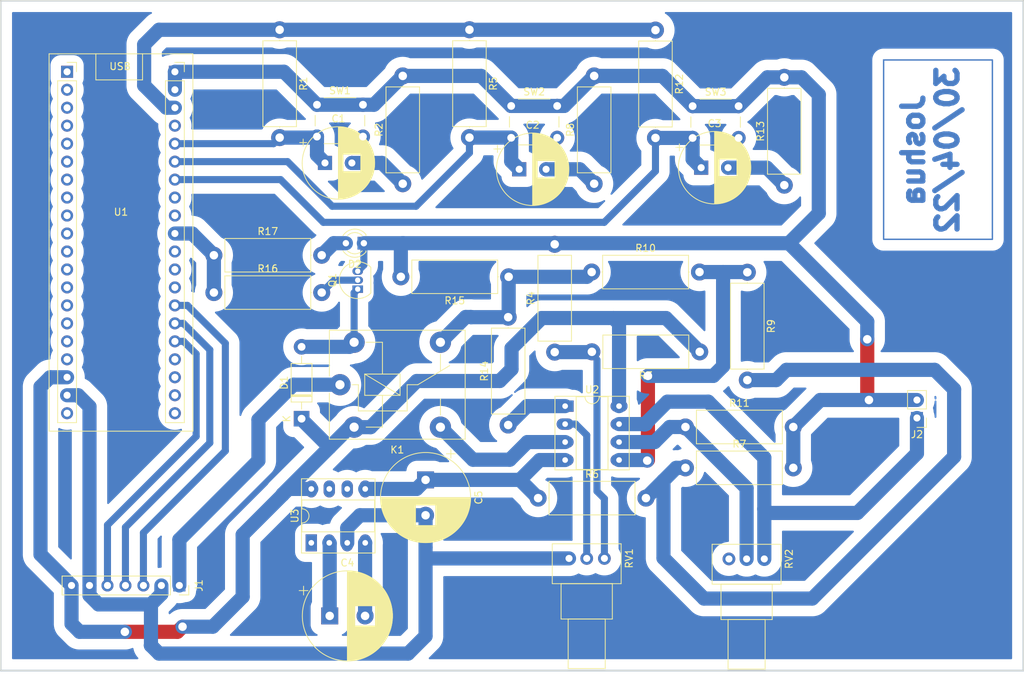
<source format=kicad_pcb>
(kicad_pcb (version 20211014) (generator pcbnew)
  (layers (0 "F.Cu" signal) (31 "B.Cu" signal) (34 "B.Paste" user) (35 "F.Paste" user) (36 "B.SilkS" user "B.Silkscreen") (37 "F.SilkS" user "F.Silkscreen") (38 "B.Mask" user) (39 "F.Mask" user) (44 "Edge.Cuts" user))
  (net 0 "")
  (net 1 "Net-(C2-Pad2)")
  (net 2 "GND")
  (net 3 "AmpIN")
  (net 4 "DutyOUT")
  (net 5 "Net-(C3-Pad2)")
  (net 6 "+3V3")
  (net 7 "Wave")
  (net 8 "Net-(R11-Pad1)")
  (net 9 "Net-(R10-Pad2)")
  (net 10 "Net-(R6-Pad2)")
  (net 11 "Freq+")
  (net 12 "Net-(C1-Pad2)")
  (net 13 "+5V")
  (net 14 "Net-(R3-Pad2)")
  (net 15 "Freq-")
  (net 16 "-5V")
  (net 17 "Relay")
  (net 18 "Net-(Q1-Pad2)")
  (net 19 "AD9833_OUT")
  (net 20 "DutyIN")
  (net 21 "Net-(D1-Pad2)")
  (net 22 "Net-(RV1-Pad2)")
  (net 24 "AmpOUT")
  (net 26 "Net-(C4-Pad1)")
  (net 27 "Net-(C4-Pad2)")
  (net 30 "FSYNC")
  (net 31 "SCLK")
  (net 32 "SDATA")
  (net 60 "Net-(D2-Pad2)")
  (footprint "Bluepill:Bluepill" (layer "F.Cu") (at 93.775 81.965)
    (fp_text reference "U1" (at 0 -0.5 unlocked) (layer "F.SilkS"))
    (fp_text value "Bluepill")
    (fp_text user "USB" (at -0.127 -21.082 unlocked) (layer "F.SilkS"))
    (pad "1" thru_hole rect (at -7.62 -20.32) (size 1.7 1.7) (drill 1) (layers *.Cu *.Mask))
    (pad "2" thru_hole oval (at -7.62 -17.78) (size 1.7 1.7) (drill 1) (layers *.Cu *.Mask))
    (pad "3" thru_hole oval (at -7.62 -15.24) (size 1.7 1.7) (drill 1) (layers *.Cu *.Mask))
    (pad "4" thru_hole oval (at -7.62 -12.7) (size 1.7 1.7) (drill 1) (layers *.Cu *.Mask))
    (pad "5" thru_hole oval (at -7.62 -10.16) (size 1.7 1.7) (drill 1) (layers *.Cu *.Mask))
    (pad "6" thru_hole oval (at -7.62 -7.62) (size 1.7 1.7) (drill 1) (layers *.Cu *.Mask))
    (pad "7" thru_hole oval (at -7.62 -5.08) (size 1.7 1.7) (drill 1) (layers *.Cu *.Mask))
    (pad "8" thru_hole oval (at -7.62 -2.54) (size 1.7 1.7) (drill 1) (layers *.Cu *.Mask))
    (pad "9" thru_hole oval (at -7.62 0) (size 1.7 1.7) (drill 1) (layers *.Cu *.Mask))
    (pad "10" thru_hole oval (at -7.62 2.54) (size 1.7 1.7) (drill 1) (layers *.Cu *.Mask))
    (pad "11" thru_hole oval (at -7.62 5.08) (size 1.7 1.7) (drill 1) (layers *.Cu *.Mask))
    (pad "12" thru_hole oval (at -7.62 7.62) (size 1.7 1.7) (drill 1) (layers *.Cu *.Mask))
    (pad "13" thru_hole oval (at -7.62 10.16) (size 1.7 1.7) (drill 1) (layers *.Cu *.Mask))
    (pad "14" thru_hole oval (at -7.62 12.7) (size 1.7 1.7) (drill 1) (layers *.Cu *.Mask))
    (pad "15" thru_hole oval (at -7.62 15.24) (size 1.7 1.7) (drill 1) (layers *.Cu *.Mask))
    (pad "16" thru_hole oval (at -7.62 17.78) (size 1.7 1.7) (drill 1) (layers *.Cu *.Mask))
    (pad "17" thru_hole oval (at -7.62 20.32) (size 1.7 1.7) (drill 1) (layers *.Cu *.Mask))
    (pad "18" thru_hole oval (at -7.62 22.86) (size 1.7 1.7) (drill 1) (layers *.Cu *.Mask) (net 13 "+5V"))
    (pad "19" thru_hole oval (at -7.62 25.4) (size 1.7 1.7) (drill 1) (layers *.Cu *.Mask) (net 2 "GND"))
    (pad "20" thru_hole oval (at -7.62 27.94) (size 1.7 1.7) (drill 1) (layers *.Cu *.Mask) (net 6 "+3V3"))
    (pad "21" thru_hole oval (at 7.62 27.94) (size 1.7 1.7) (drill 1) (layers *.Cu *.Mask))
    (pad "22" thru_hole oval (at 7.62 25.4) (size 1.7 1.7) (drill 1) (layers *.Cu *.Mask))
    (pad "23" thru_hole oval (at 7.62 22.86) (size 1.7 1.7) (drill 1) (layers *.Cu *.Mask))
    (pad "24" thru_hole oval (at 7.62 20.32) (size 1.7 1.7) (drill 1) (layers *.Cu *.Mask))
    (pad "25" thru_hole oval (at 7.62 17.78) (size 1.7 1.7) (drill 1) (layers *.Cu *.Mask) (net 32 "SDATA"))
    (pad "26" thru_hole oval (at 7.62 15.24) (size 1.7 1.7) (drill 1) (layers *.Cu *.Mask) (net 31 "SCLK"))
    (pad "27" thru_hole oval (at 7.62 12.7) (size 1.7 1.7) (drill 1) (layers *.Cu *.Mask) (net 30 "FSYNC"))
    (pad "28" thru_hole oval (at 7.62 10.16) (size 1.7 1.7) (drill 1) (layers *.Cu *.Mask))
    (pad "29" thru_hole oval (at 7.62 7.62) (size 1.7 1.7) (drill 1) (layers *.Cu *.Mask))
    (pad "30" thru_hole oval (at 7.62 5.08) (size 1.7 1.7) (drill 1) (layers *.Cu *.Mask))
    (pad "31" thru_hole oval (at 7.62 2.54) (size 1.7 1.7) (drill 1) (layers *.Cu *.Mask) (net 17 "Relay"))
    (pad "32" thru_hole oval (at 7.62 0) (size 1.7 1.7) (drill 1) (layers *.Cu *.Mask))
    (pad "33" thru_hole oval (at 7.62 -2.54) (size 1.7 1.7) (drill 1) (layers *.Cu *.Mask))
    (pad "34" thru_hole oval (at 7.62 -5.08) (size 1.7 1.7) (drill 1) (layers *.Cu *.Mask) (net 7 "Wave"))
    (pad "35" thru_hole oval (at 7.62 -7.62) (size 1.7 1.7) (drill 1) (layers *.Cu *.Mask) (net 15 "Freq-"))
    (pad "36" thru_hole oval (at 7.62 -10.16) (size 1.7 1.7) (drill 1) (layers *.Cu *.Mask) (net 11 "Freq+"))
    (pad "37" thru_hole oval (at 7.62 -12.7) (size 1.7 1.7) (drill 1) (layers *.Cu *.Mask))
    (pad "38" thru_hole oval (at 7.62 -15.24) (size 1.7 1.7) (drill 1) (layers *.Cu *.Mask) (net 6 "+3V3"))
    (pad "39" thru_hole oval (at 7.62 -17.78) (size 1.7 1.7) (drill 1) (layers *.Cu *.Mask) (net 2 "GND"))
    (pad "40" thru_hole rect (at 7.62 -20.32) (size 1.7 1.7) (drill 1) (layers *.Cu *.Mask) (net 2 "GND"))
  )
  (footprint "Resistor_THT:R_Axial_DIN0414_L11.9mm_D4.5mm_P15.24mm_Horizontal" (layer "F.Cu") (at 133.6 77.47 90)
    (fp_text reference "R2" (at 7.62 -3.37 90) (layer "F.SilkS"))
    (fp_text value "100")
    (pad "1" thru_hole circle (at 0 0 90) (size 2.4 2.4) (drill 1.2) (layers *.Cu *.Mask) (net 12 "Net-(C1-Pad2)"))
    (pad "2" thru_hole oval (at 15.24 0 90) (size 2.4 2.4) (drill 1.2) (layers *.Cu *.Mask) (net 2 "GND"))
  )
  (footprint "Resistor_THT:R_Axial_DIN0414_L11.9mm_D4.5mm_P15.24mm_Horizontal" (layer "F.Cu") (at 116.2 55.71 -90)
    (fp_text reference "R1" (at 7.62 -3.37 90) (layer "F.SilkS"))
    (fp_text value "4k7")
    (pad "1" thru_hole circle (at 0 0 270) (size 2.4 2.4) (drill 1.2) (layers *.Cu *.Mask) (net 6 "+3V3"))
    (pad "2" thru_hole oval (at 15.24 0 270) (size 2.4 2.4) (drill 1.2) (layers *.Cu *.Mask) (net 11 "Freq+"))
  )
  (footprint "Package_TO_SOT_THT:TO-92_Inline" (layer "F.Cu") (at 127.235 92.37 90)
    (fp_text reference "Q1" (at 1.27 -3.56 90) (layer "F.SilkS"))
    (fp_text value "BC547")
    (pad "1" thru_hole rect (at 0 0 90) (size 1.05 1.5) (drill 0.75) (layers *.Cu *.Mask) (net 21 "Net-(D1-Pad2)"))
    (pad "2" thru_hole oval (at 1.27 0 90) (size 1.05 1.5) (drill 0.75) (layers *.Cu *.Mask) (net 18 "Net-(Q1-Pad2)"))
    (pad "3" thru_hole oval (at 2.54 0 90) (size 1.05 1.5) (drill 0.75) (layers *.Cu *.Mask) (net 2 "GND"))
  )
  (footprint "Resistor_THT:R_Axial_DIN0414_L11.9mm_D4.5mm_P15.24mm_Horizontal" (layer "F.Cu") (at 152.73 121.9)
    (fp_text reference "R6" (at 7.62 -3.37) (layer "F.SilkS"))
    (fp_text value "8k")
    (pad "1" thru_hole circle (at 0 0) (size 2.4 2.4) (drill 1.2) (layers *.Cu *.Mask) (net 16 "-5V"))
    (pad "2" thru_hole oval (at 15.24 0) (size 2.4 2.4) (drill 1.2) (layers *.Cu *.Mask) (net 10 "Net-(R6-Pad2)"))
  )
  (footprint "Resistor_THT:R_Axial_DIN0414_L11.9mm_D4.5mm_P15.24mm_Horizontal" (layer "F.Cu") (at 175.57 101.225 180)
    (fp_text reference "R3" (at 7.62 -3.37) (layer "F.SilkS"))
    (fp_text value "4k7")
    (pad "1" thru_hole circle (at 0 0 180) (size 2.4 2.4) (drill 1.2) (layers *.Cu *.Mask) (net 13 "+5V"))
    (pad "2" thru_hole oval (at 15.24 0 180) (size 2.4 2.4) (drill 1.2) (layers *.Cu *.Mask) (net 14 "Net-(R3-Pad2)"))
  )
  (footprint "Resistor_THT:R_Axial_DIN0414_L11.9mm_D4.5mm_P15.24mm_Horizontal" (layer "F.Cu") (at 169.317677 55.755 -90)
    (fp_text reference "R12" (at 7.62 -3.37 90) (layer "F.SilkS"))
    (fp_text value "4k7")
    (pad "1" thru_hole circle (at 0 0 270) (size 2.4 2.4) (drill 1.2) (layers *.Cu *.Mask) (net 6 "+3V3"))
    (pad "2" thru_hole oval (at 15.24 0 270) (size 2.4 2.4) (drill 1.2) (layers *.Cu *.Mask) (net 7 "Wave"))
  )
  (footprint "Button_Switch_THT:SW_PUSH_6mm_H7.3mm" (layer "F.Cu") (at 174.567677 66.5)
    (fp_text reference "SW3" (at 3.25 -2) (layer "F.SilkS"))
    (fp_text value "WaveForm")
    (pad "1" thru_hole circle (at 6.5 0 90) (size 2 2) (drill 1.1) (layers *.Cu *.Mask) (net 2 "GND"))
    (pad "1" thru_hole circle (at 0 0 90) (size 2 2) (drill 1.1) (layers *.Cu *.Mask) (net 2 "GND"))
    (pad "2" thru_hole circle (at 6.5 4.5 90) (size 2 2) (drill 1.1) (layers *.Cu *.Mask) (net 7 "Wave"))
    (pad "2" thru_hole circle (at 0 4.5 90) (size 2 2) (drill 1.1) (layers *.Cu *.Mask) (net 7 "Wave"))
  )
  (footprint "Capacitor_THT:CP_Radial_D10.0mm_P3.80mm" (layer "F.Cu") (at 175.775 75.2)
    (fp_text reference "C3" (at 1.9 -6.25) (layer "F.SilkS"))
    (fp_text value "100nF")
    (pad "1" thru_hole rect (at 0 0) (size 2 2) (drill 1) (layers *.Cu *.Mask) (net 7 "Wave"))
    (pad "2" thru_hole circle (at 3.8 0) (size 2 2) (drill 1) (layers *.Cu *.Mask) (net 5 "Net-(C3-Pad2)"))
  )
  (footprint "Package_DIP:DIP-8_W7.62mm_Socket_LongPads" (layer "F.Cu") (at 156.55 108.9)
    (fp_text reference "U2" (at 3.81 -2.33) (layer "F.SilkS"))
    (fp_text value "LM358")
    (pad "1" thru_hole rect (at 0 0) (size 2.4 1.6) (drill 0.8) (layers *.Cu *.Mask) (net 4 "DutyOUT"))
    (pad "2" thru_hole oval (at 0 2.54) (size 2.4 1.6) (drill 0.8) (layers *.Cu *.Mask) (net 22 "Net-(RV1-Pad2)"))
    (pad "3" thru_hole oval (at 0 5.08) (size 2.4 1.6) (drill 0.8) (layers *.Cu *.Mask) (net 20 "DutyIN"))
    (pad "4" thru_hole oval (at 0 7.62) (size 2.4 1.6) (drill 0.8) (layers *.Cu *.Mask) (net 16 "-5V"))
    (pad "5" thru_hole oval (at 7.62 7.62) (size 2.4 1.6) (drill 0.8) (layers *.Cu *.Mask) (net 9 "Net-(R10-Pad2)"))
    (pad "6" thru_hole oval (at 7.62 5.08) (size 2.4 1.6) (drill 0.8) (layers *.Cu *.Mask) (net 8 "Net-(R11-Pad1)"))
    (pad "7" thru_hole oval (at 7.62 2.54) (size 2.4 1.6) (drill 0.8) (layers *.Cu *.Mask) (net 24 "AmpOUT"))
    (pad "8" thru_hole oval (at 7.62 0) (size 2.4 1.6) (drill 0.8) (layers *.Cu *.Mask) (net 13 "+5V"))
  )
  (footprint "Connector_PinSocket_2.54mm:PinSocket_1x07_P2.54mm_Vertical" (layer "F.Cu") (at 102.025 134.25 -90)
    (fp_text reference "J1" (at 0 -2.77 90) (layer "F.SilkS"))
    (fp_text value "AD9833")
    (pad "1" thru_hole rect (at 0 0 270) (size 1.7 1.7) (drill 1) (layers *.Cu *.Mask) (net 19 "AD9833_OUT"))
    (pad "2" thru_hole oval (at 0 2.54 270) (size 1.7 1.7) (drill 1) (layers *.Cu *.Mask) (net 2 "GND"))
    (pad "3" thru_hole oval (at 0 5.08 270) (size 1.7 1.7) (drill 1) (layers *.Cu *.Mask) (net 30 "FSYNC"))
    (pad "4" thru_hole oval (at 0 7.62 270) (size 1.7 1.7) (drill 1) (layers *.Cu *.Mask) (net 31 "SCLK"))
    (pad "5" thru_hole oval (at 0 10.16 270) (size 1.7 1.7) (drill 1) (layers *.Cu *.Mask) (net 32 "SDATA"))
    (pad "6" thru_hole oval (at 0 12.7 270) (size 1.7 1.7) (drill 1) (layers *.Cu *.Mask) (net 2 "GND"))
    (pad "7" thru_hole oval (at 0 15.24 270) (size 1.7 1.7) (drill 1) (layers *.Cu *.Mask) (net 13 "+5V"))
  )
  (footprint "Resistor_THT:R_Axial_DIN0414_L11.9mm_D4.5mm_P15.24mm_Horizontal" (layer "F.Cu") (at 182.3 89.98 -90)
    (fp_text reference "R9" (at 7.62 -3.37 90) (layer "F.SilkS"))
    (fp_text value "100k")
    (pad "1" thru_hole circle (at 0 0 270) (size 2.4 2.4) (drill 1.2) (layers *.Cu *.Mask) (net 9 "Net-(R10-Pad2)"))
    (pad "2" thru_hole oval (at 15.24 0 270) (size 2.4 2.4) (drill 1.2) (layers *.Cu *.Mask) (net 10 "Net-(R6-Pad2)"))
  )
  (footprint "Resistor_THT:R_Axial_DIN0414_L11.9mm_D4.5mm_P15.24mm_Horizontal" (layer "F.Cu") (at 160.65 77.47 90)
    (fp_text reference "R8" (at 7.62 -3.37 90) (layer "F.SilkS"))
    (fp_text value "100")
    (pad "1" thru_hole circle (at 0 0 90) (size 2.4 2.4) (drill 1.2) (layers *.Cu *.Mask) (net 1 "Net-(C2-Pad2)"))
    (pad "2" thru_hole oval (at 15.24 0 90) (size 2.4 2.4) (drill 1.2) (layers *.Cu *.Mask) (net 2 "GND"))
  )
  (footprint "Resistor_THT:R_Axial_DIN0414_L11.9mm_D4.5mm_P15.24mm_Horizontal" (layer "F.Cu") (at 106.905 92.85)
    (fp_text reference "R16" (at 7.62 -3.37) (layer "F.SilkS"))
    (fp_text value "1k")
    (pad "1" thru_hole circle (at 0 0) (size 2.4 2.4) (drill 1.2) (layers *.Cu *.Mask) (net 17 "Relay"))
    (pad "2" thru_hole oval (at 15.24 0) (size 2.4 2.4) (drill 1.2) (layers *.Cu *.Mask) (net 18 "Net-(Q1-Pad2)"))
  )
  (footprint "Capacitor_THT:CP_Radial_D12.5mm_P5.00mm" (layer "F.Cu") (at 136.823959 119.326041 -90)
    (fp_text reference "C5" (at 2.5 -7.5 90) (layer "F.SilkS"))
    (fp_text value "100uF")
    (pad "1" thru_hole rect (at 0 0 270) (size 2.4 2.4) (drill 1.2) (layers *.Cu *.Mask) (net 16 "-5V"))
    (pad "2" thru_hole circle (at 5 0 270) (size 2.4 2.4) (drill 1.2) (layers *.Cu *.Mask) (net 2 "GND"))
  )
  (footprint "Resistor_THT:R_Axial_DIN0414_L11.9mm_D4.5mm_P15.24mm_Horizontal" (layer "F.Cu") (at 148.57 90.625 180)
    (fp_text reference "R15" (at 7.62 -3.37) (layer "F.SilkS"))
    (fp_text value "680")
    (pad "1" thru_hole circle (at 0 0 180) (size 2.4 2.4) (drill 1.2) (layers *.Cu *.Mask) (net 3 "AmpIN"))
    (pad "2" thru_hole oval (at 15.24 0 180) (size 2.4 2.4) (drill 1.2) (layers *.Cu *.Mask) (net 2 "GND"))
  )
  (footprint "Button_Switch_THT:SW_PUSH_6mm_H7.3mm" (layer "F.Cu") (at 121.475 66.305)
    (fp_text reference "SW1" (at 3.25 -2) (layer "F.SilkS"))
    (fp_text value "Freq+")
    (pad "1" thru_hole circle (at 0 0 90) (size 2 2) (drill 1.1) (layers *.Cu *.Mask) (net 2 "GND"))
    (pad "1" thru_hole circle (at 6.5 0 90) (size 2 2) (drill 1.1) (layers *.Cu *.Mask) (net 2 "GND"))
    (pad "2" thru_hole circle (at 6.5 4.5 90) (size 2 2) (drill 1.1) (layers *.Cu *.Mask) (net 11 "Freq+"))
    (pad "2" thru_hole circle (at 0 4.5 90) (size 2 2) (drill 1.1) (layers *.Cu *.Mask) (net 11 "Freq+"))
  )
  (footprint "Package_DIP:DIP-8_W7.62mm_Socket_LongPads" (layer "F.Cu") (at 120.673959 128.225 90)
    (fp_text reference "U3" (at 3.81 -2.33 90) (layer "F.SilkS"))
    (fp_text value "ICL7660")
    (pad "1" thru_hole rect (at 0 0 90) (size 2.4 1.6) (drill 0.8) (layers *.Cu *.Mask))
    (pad "2" thru_hole oval (at 0 2.54 90) (size 2.4 1.6) (drill 0.8) (layers *.Cu *.Mask) (net 26 "Net-(C4-Pad1)"))
    (pad "3" thru_hole oval (at 0 5.08 90) (size 2.4 1.6) (drill 0.8) (layers *.Cu *.Mask) (net 2 "GND"))
    (pad "4" thru_hole oval (at 0 7.62 90) (size 2.4 1.6) (drill 0.8) (layers *.Cu *.Mask) (net 27 "Net-(C4-Pad2)"))
    (pad "5" thru_hole oval (at 7.62 7.62 90) (size 2.4 1.6) (drill 0.8) (layers *.Cu *.Mask) (net 16 "-5V"))
    (pad "6" thru_hole oval (at 7.62 5.08 90) (size 2.4 1.6) (drill 0.8) (layers *.Cu *.Mask))
    (pad "7" thru_hole oval (at 7.62 2.54 90) (size 2.4 1.6) (drill 0.8) (layers *.Cu *.Mask))
    (pad "8" thru_hole oval (at 7.62 0 90) (size 2.4 1.6) (drill 0.8) (layers *.Cu *.Mask) (net 13 "+5V"))
  )
  (footprint "Capacitor_THT:CP_Radial_D10.0mm_P3.80mm" (layer "F.Cu") (at 122.607323 74.53)
    (fp_text reference "C1" (at 1.9 -6.25) (layer "F.SilkS"))
    (fp_text value "100nF")
    (pad "1" thru_hole rect (at 0 0) (size 2 2) (drill 1) (layers *.Cu *.Mask) (net 11 "Freq+"))
    (pad "2" thru_hole circle (at 3.8 0) (size 2 2) (drill 1) (layers *.Cu *.Mask) (net 12 "Net-(C1-Pad2)"))
  )
  (footprint "Button_Switch_THT:SW_PUSH_6mm_H7.3mm" (layer "F.Cu") (at 148.925 66.475)
    (fp_text reference "SW2" (at 3.25 -2) (layer "F.SilkS"))
    (fp_text value "Freq-")
    (pad "1" thru_hole circle (at 0 0 90) (size 2 2) (drill 1.1) (layers *.Cu *.Mask) (net 2 "GND"))
    (pad "1" thru_hole circle (at 6.5 0 90) (size 2 2) (drill 1.1) (layers *.Cu *.Mask) (net 2 "GND"))
    (pad "2" thru_hole circle (at 6.5 4.5 90) (size 2 2) (drill 1.1) (layers *.Cu *.Mask) (net 15 "Freq-"))
    (pad "2" thru_hole circle (at 0 4.5 90) (size 2 2) (drill 1.1) (layers *.Cu *.Mask) (net 15 "Freq-"))
  )
  (footprint "Resistor_THT:R_Axial_DIN0414_L11.9mm_D4.5mm_P15.24mm_Horizontal" (layer "F.Cu") (at 173.555 111.85)
    (fp_text reference "R11" (at 7.62 -3.37) (layer "F.SilkS"))
    (fp_text value "12K")
    (pad "1" thru_hole circle (at 0 0) (size 2.4 2.4) (drill 1.2) (layers *.Cu *.Mask) (net 8 "Net-(R11-Pad1)"))
    (pad "2" thru_hole oval (at 15.24 0) (size 2.4 2.4) (drill 1.2) (layers *.Cu *.Mask) (net 2 "GND"))
  )
  (footprint "Potentiometer_THT:Potentiometer_Alps_RK09Y11_Single_Horizontal" (layer "F.Cu") (at 157.1 130.425 -90)
    (fp_text reference "RV1" (at 0 -8.5 90) (layer "F.SilkS"))
    (fp_text value "100k")
    (pad "1" thru_hole circle (at 0 0 270) (size 1.8 1.8) (drill 1) (layers *.Cu *.Mask) (net 2 "GND"))
    (pad "2" thru_hole circle (at 0 -2.5 270) (size 1.8 1.8) (drill 1) (layers *.Cu *.Mask) (net 22 "Net-(RV1-Pad2)"))
    (pad "3" thru_hole circle (at 0 -5 270) (size 1.8 1.8) (drill 1) (layers *.Cu *.Mask) (net 14 "Net-(R3-Pad2)"))
  )
  (footprint "LED_THT:LED_D3.0mm" (layer "F.Cu") (at 128.1 85.875 180)
    (fp_text reference "D2" (at 1.27 -2.96) (layer "F.SilkS"))
    (fp_text value "LED_Small")
    (pad "1" thru_hole rect (at 0 0 180) (size 1.8 1.8) (drill 0.9) (layers *.Cu *.Mask) (net 2 "GND"))
    (pad "2" thru_hole circle (at 2.54 0 180) (size 1.8 1.8) (drill 0.9) (layers *.Cu *.Mask) (net 60 "Net-(D2-Pad2)"))
  )
  (footprint "Resistor_THT:R_Axial_DIN0414_L11.9mm_D4.5mm_P15.24mm_Horizontal" (layer "F.Cu") (at 173.555 117.625)
    (fp_text reference "R7" (at 7.62 -3.37) (layer "F.SilkS"))
    (fp_text value "560")
    (pad "1" thru_hole circle (at 0 0) (size 2.4 2.4) (drill 1.2) (layers *.Cu *.Mask) (net 10 "Net-(R6-Pad2)"))
    (pad "2" thru_hole oval (at 15.24 0) (size 2.4 2.4) (drill 1.2) (layers *.Cu *.Mask) (net 2 "GND"))
  )
  (footprint "Resistor_THT:R_Axial_DIN0414_L11.9mm_D4.5mm_P15.24mm_Horizontal" (layer "F.Cu") (at 106.905 87.575)
    (fp_text reference "R17" (at 7.62 -3.37) (layer "F.SilkS"))
    (fp_text value "3k3")
    (pad "1" thru_hole circle (at 0 0) (size 2.4 2.4) (drill 1.2) (layers *.Cu *.Mask) (net 17 "Relay"))
    (pad "2" thru_hole oval (at 15.24 0) (size 2.4 2.4) (drill 1.2) (layers *.Cu *.Mask) (net 60 "Net-(D2-Pad2)"))
  )
  (footprint "Resistor_THT:R_Axial_DIN0414_L11.9mm_D4.5mm_P15.24mm_Horizontal" (layer "F.Cu") (at 155.075 101.27 90)
    (fp_text reference "R4" (at 7.62 -3.37 90) (layer "F.SilkS"))
    (fp_text value "680")
    (pad "1" thru_hole circle (at 0 0 90) (size 2.4 2.4) (drill 1.2) (layers *.Cu *.Mask) (net 14 "Net-(R3-Pad2)"))
    (pad "2" thru_hole oval (at 15.24 0 90) (size 2.4 2.4) (drill 1.2) (layers *.Cu *.Mask) (net 2 "GND"))
  )
  (footprint "Relay_THT:Relay_SPDT_Finder_36.11" (layer "F.Cu") (at 124.725 105.875)
    (fp_text reference "K1" (at 8.1 9.2) (layer "F.SilkS"))
    (fp_text value "FINDER-36.11")
    (pad "11" thru_hole circle (at 0 0) (size 3 3) (drill 1.3) (layers *.Cu *.Mask) (net 19 "AD9833_OUT"))
    (pad "12" thru_hole circle (at 14.2 -6) (size 3 3) (drill 1.3) (layers *.Cu *.Mask) (net 3 "AmpIN"))
    (pad "14" thru_hole circle (at 14.2 6) (size 3 3) (drill 1.3) (layers *.Cu *.Mask) (net 20 "DutyIN"))
    (pad "A1" thru_hole circle (at 2 6) (size 3 3) (drill 1.3) (layers *.Cu *.Mask) (net 13 "+5V"))
    (pad "A2" thru_hole circle (at 2 -6) (size 3 3) (drill 1.3) (layers *.Cu *.Mask) (net 21 "Net-(D1-Pad2)"))
  )
  (footprint "Resistor_THT:R_Axial_DIN0414_L11.9mm_D4.5mm_P15.24mm_Horizontal" (layer "F.Cu") (at 160.3 89.95)
    (fp_text reference "R10" (at 7.62 -3.37) (layer "F.SilkS"))
    (fp_text value "100k")
    (pad "1" thru_hole circle (at 0 0) (size 2.4 2.4) (drill 1.2) (layers *.Cu *.Mask) (net 3 "AmpIN"))
    (pad "2" thru_hole oval (at 15.24 0) (size 2.4 2.4) (drill 1.2) (layers *.Cu *.Mask) (net 9 "Net-(R10-Pad2)"))
  )
  (footprint "Capacitor_THT:CP_Radial_D10.0mm_P3.80mm" (layer "F.Cu") (at 150.057323 75.425)
    (fp_text reference "C2" (at 1.9 -6.25) (layer "F.SilkS"))
    (fp_text value "100nF")
    (pad "1" thru_hole rect (at 0 0) (size 2 2) (drill 1) (layers *.Cu *.Mask) (net 15 "Freq-"))
    (pad "2" thru_hole circle (at 3.8 0) (size 2 2) (drill 1) (layers *.Cu *.Mask) (net 1 "Net-(C2-Pad2)"))
  )
  (footprint "Connector_PinHeader_2.54mm:PinHeader_1x02_P2.54mm_Vertical" (layer "F.Cu") (at 206.275 110.575 180)
    (fp_text reference "J2" (at 0 -2.33) (layer "F.SilkS"))
    (fp_text value "FunOUT")
    (pad "1" thru_hole rect (at 0 0 180) (size 1.7 1.7) (drill 1) (layers *.Cu *.Mask) (net 24 "AmpOUT"))
    (pad "2" thru_hole oval (at 0 2.54 180) (size 1.7 1.7) (drill 1) (layers *.Cu *.Mask) (net 2 "GND"))
  )
  (footprint "Resistor_THT:R_Axial_DIN0414_L11.9mm_D4.5mm_P15.24mm_Horizontal" (layer "F.Cu") (at 143.025 55.705 -90)
    (fp_text reference "R5" (at 7.62 -3.37 90) (layer "F.SilkS"))
    (fp_text value "4k7")
    (pad "1" thru_hole circle (at 0 0 270) (size 2.4 2.4) (drill 1.2) (layers *.Cu *.Mask) (net 6 "+3V3"))
    (pad "2" thru_hole oval (at 15.24 0 270) (size 2.4 2.4) (drill 1.2) (layers *.Cu *.Mask) (net 15 "Freq-"))
  )
  (footprint "Resistor_THT:R_Axial_DIN0414_L11.9mm_D4.5mm_P15.24mm_Horizontal" (layer "F.Cu") (at 187.525 77.67 90)
    (fp_text reference "R13" (at 7.62 -3.37 90) (layer "F.SilkS"))
    (fp_text value "100")
    (pad "1" thru_hole circle (at 0 0 90) (size 2.4 2.4) (drill 1.2) (layers *.Cu *.Mask) (net 5 "Net-(C3-Pad2)"))
    (pad "2" thru_hole oval (at 15.24 0 90) (size 2.4 2.4) (drill 1.2) (layers *.Cu *.Mask) (net 2 "GND"))
  )
  (footprint "Diode_THT:D_DO-41_SOD81_P10.16mm_Horizontal" (layer "F.Cu") (at 119.3 110.68 90)
    (fp_text reference "D1" (at 5.08 -2.47 90) (layer "F.SilkS"))
    (fp_text value "1N4007")
    (fp_text user "K" (at 0 -2.1 90) (layer "F.SilkS"))
    (pad "1" thru_hole rect (at 0 0 90) (size 2.2 2.2) (drill 1.1) (layers *.Cu *.Mask) (net 13 "+5V"))
    (pad "2" thru_hole oval (at 10.16 0 90) (size 2.2 2.2) (drill 1.1) (layers *.Cu *.Mask) (net 21 "Net-(D1-Pad2)"))
  )
  (footprint "Potentiometer_THT:Potentiometer_Alps_RK09Y11_Single_Horizontal" (layer "F.Cu") (at 179.7 130.5 -90)
    (fp_text reference "RV2" (at 0 -8.5 90) (layer "F.SilkS"))
    (fp_text value "100k")
    (pad "1" thru_hole circle (at 0 0 270) (size 1.8 1.8) (drill 1) (layers *.Cu *.Mask))
    (pad "2" thru_hole circle (at 0 -2.5 270) (size 1.8 1.8) (drill 1) (layers *.Cu *.Mask) (net 8 "Net-(R11-Pad1)"))
    (pad "3" thru_hole circle (at 0 -5 270) (size 1.8 1.8) (drill 1) (layers *.Cu *.Mask) (net 24 "AmpOUT"))
  )
  (footprint "Capacitor_THT:CP_Radial_D12.5mm_P5.00mm" (layer "F.Cu") (at 123.275 138.55)
    (fp_text reference "C4" (at 2.5 -7.5) (layer "F.SilkS"))
    (fp_text value "100uF")
    (pad "1" thru_hole rect (at 0 0) (size 2.4 2.4) (drill 1.2) (layers *.Cu *.Mask) (net 26 "Net-(C4-Pad1)"))
    (pad "2" thru_hole circle (at 5 0) (size 2.4 2.4) (drill 1.2) (layers *.Cu *.Mask) (net 27 "Net-(C4-Pad2)"))
  )
  (footprint "Resistor_THT:R_Axial_DIN0414_L11.9mm_D4.5mm_P15.24mm_Horizontal" (layer "F.Cu") (at 148.5 111.57 90)
    (fp_text reference "R14" (at 7.62 -3.37 90) (layer "F.SilkS"))
    (fp_text value "4k7")
    (pad "1" thru_hole circle (at 0 0 90) (size 2.4 2.4) (drill 1.2) (layers *.Cu *.Mask) (net 4 "DutyOUT"))
    (pad "2" thru_hole oval (at 15.24 0 90) (size 2.4 2.4) (drill 1.2) (layers *.Cu *.Mask) (net 3 "AmpIN"))
  )
  (gr_rect (start 201.5625 59.975) (end 216.9375 85.325) (layer "B.Cu") (width 0.2) (fill none))
  (gr_rect (start 76.775 51.6) (end 221.325 146.275) (layer "B.Cu") (width 0.2) (fill none))
  (gr_rect (start 76.775 51.6) (end 221.325 146.275) (layer "Edge.Cuts") (width 0.2) (fill none))
  (gr_text "Joshua\n30/04/22" (at 208.175 72.725 90) (layer "B.Cu") (effects (font (size 3 3) (thickness 0.75)) (justify mirror)))
  (segment (start 153.857323 75.425) (end 158.605 75.425) (width 2) (layer "B.Cu") (net 1))
  (segment (start 158.605 75.425) (end 160.65 77.47) (width 2) (layer "B.Cu") (net 1))
  (segment (start 199.25 99.45) (end 199.25 107.795) (width 2) (layer "F.Cu") (net 2))
  (segment (start 199.25 107.795) (end 199.49 108.035) (width 2) (layer "F.Cu") (net 2))
  (via (at 199.49 108.035) (size 1.5) (drill 1.2) (layers "F.Cu" "B.Cu") (net 2))
  (via (at 199.25 99.45) (size 1.5) (drill 1.2) (layers "F.Cu" "B.Cu") (net 2))
  (segment (start 185.137677 62.43) (end 181.067677 66.5) (width 2) (layer "B.Cu") (net 2))
  (segment (start 188.795 111.85) (end 188.795 117.625) (width 2) (layer "B.Cu") (net 2))
  (segment (start 128.1 85.875) (end 128.1 88.965) (width 1) (layer "B.Cu") (net 2))
  (segment (start 133.625 85.875) (end 128.1 85.875) (width 2) (layer "B.Cu") (net 2))
  (segment (start 206.275 108.035) (end 199.49 108.035) (width 2) (layer "B.Cu") (net 2))
  (segment (start 133.6 62.23) (end 144.68 62.23) (width 2) (layer "B.Cu") (net 2))
  (segment (start 136.823959 130.001041) (end 136.823959 128.876041) (width 2) (layer "B.Cu") (net 2))
  (segment (start 133.33 86.17) (end 133.625 85.875) (width 2) (layer "B.Cu") (net 2))
  (segment (start 116.815 61.645) (end 121.475 66.305) (width 2) (layer "B.Cu") (net 2))
  (segment (start 99.15 143.875) (end 134.35 143.875) (width 2) (layer "B.Cu") (net 2))
  (segment (start 174.567677 66.5) (end 181.067677 66.5) (width 2) (layer "B.Cu") (net 2))
  (segment (start 136.823959 128.876041) (end 136.823959 124.326041) (width 2) (layer "B.Cu") (net 2))
  (segment (start 199.25 96.95) (end 199.25 99.45) (width 2) (layer "B.Cu") (net 2))
  (segment (start 148.925 66.475) (end 155.425 66.475) (width 2) (layer "B.Cu") (net 2))
  (segment (start 189.955 62.43) (end 192.4 64.875) (width 2) (layer "B.Cu") (net 2))
  (segment (start 144.68 62.23) (end 148.925 66.475) (width 2) (layer "B.Cu") (net 2))
  (segment (start 155.425 66.475) (end 156.405 66.475) (width 2) (layer "B.Cu") (net 2))
  (segment (start 90.6 136.925) (end 98.012081 136.925) (width 2) (layer "B.Cu") (net 2))
  (segment (start 128.1 88.965) (end 127.235 89.83) (width 1) (layer "B.Cu") (net 2))
  (segment (start 87.715 107.365) (end 89.325 108.975) (width 2) (layer "B.Cu") (net 2))
  (segment (start 125.753959 128.225) (end 125.753959 126.12) (width 2) (layer "B.Cu") (net 2))
  (segment (start 136.823959 141.401041) (end 136.823959 130.001041) (width 2) (layer "B.Cu") (net 2))
  (segment (start 89.325 134.25) (end 89.325 135.65) (width 2) (layer "B.Cu") (net 2))
  (segment (start 188.175 85.875) (end 199.25 96.95) (width 2) (layer "B.Cu") (net 2))
  (segment (start 101.395 61.645) (end 116.815 61.645) (width 2) (layer "B.Cu") (net 2))
  (segment (start 156.405 66.475) (end 160.65 62.23) (width 2) (layer "B.Cu") (net 2))
  (segment (start 187.525 62.43) (end 185.137677 62.43) (width 2) (layer "B.Cu") (net 2))
  (segment (start 121.475 66.305) (end 129.525 66.305) (width 2) (layer "B.Cu") (net 2))
  (segment (start 188.175 85.875) (end 133.625 85.875) (width 2) (layer "B.Cu") (net 2))
  (segment (start 98.012081 136.925) (end 99.485 135.452081) (width 2) (layer "B.Cu") (net 2))
  (segment (start 160.65 62.23) (end 170.297677 62.23) (width 2) (layer "B.Cu") (net 2))
  (segment (start 89.325 135.65) (end 90.6 136.925) (width 2) (layer "B.Cu") (net 2))
  (segment (start 98.012081 142.712919) (end 98 142.725) (width 2) (layer "B.Cu") (net 2))
  (segment (start 98.012081 136.925) (end 98.012081 142.712919) (width 2) (layer "B.Cu") (net 2))
  (segment (start 89.325 108.975) (end 89.325 134.25) (width 2) (layer "B.Cu") (net 2))
  (segment (start 133.33 90.625) (end 133.33 86.17) (width 2) (layer "B.Cu") (net 2))
  (segment (start 192.4 81.65) (end 188.175 85.875) (width 2) (layer "B.Cu") (net 2))
  (segment (start 199.49 108.035) (end 192.61 108.035) (width 2) (layer "B.Cu") (net 2))
  (segment (start 99.485 135.452081) (end 99.485 134.25) (width 2) (layer "B.Cu") (net 2))
  (segment (start 134.35 143.875) (end 136.823959 141.401041) (width 2) (layer "B.Cu") (net 2))
  (segment (start 86.155 107.365) (end 87.715 107.365) (width 2) (layer "B.Cu") (net 2))
  (segment (start 127.547918 124.326041) (end 136.823959 124.326041) (width 2) (layer "B.Cu") (net 2))
  (segment (start 129.525 66.305) (end 133.6 62.23) (width 2) (layer "B.Cu") (net 2))
  (segment (start 101.395 61.645) (end 101.395 64.185) (width 2) (layer "B.Cu") (net 2))
  (segment (start 192.4 64.875) (end 192.4 81.65) (width 2) (layer "B.Cu") (net 2))
  (segment (start 137.247918 130.425) (end 157.1 130.425) (width 2) (layer "B.Cu") (net 2))
  (segment (start 170.297677 62.23) (end 174.567677 66.5) (width 2) (layer "B.Cu") (net 2))
  (segment (start 98 142.725) (end 99.15 143.875) (width 2) (layer "B.Cu") (net 2))
  (segment (start 192.61 108.035) (end 188.795 111.85) (width 2) (layer "B.Cu") (net 2))
  (segment (start 136.823959 130.001041) (end 137.247918 130.425) (width 2) (layer "B.Cu") (net 2))
  (segment (start 125.753959 126.12) (end 127.547918 124.326041) (width 2) (layer "B.Cu") (net 2))
  (segment (start 187.525 62.43) (end 189.955 62.43) (width 2) (layer "B.Cu") (net 2))
  (segment (start 148.57 90.625) (end 148.57 96.26) (width 2) (layer "B.Cu") (net 3))
  (segment (start 138.925 99.875) (end 142.5 96.3) (width 2) (layer "B.Cu") (net 3))
  (segment (start 142.5 96.3) (end 143.225 96.3) (width 2) (layer "B.Cu") (net 3))
  (segment (start 143.225 96.3) (end 143.255 96.33) (width 2) (layer "B.Cu") (net 3))
  (segment (start 148.57 96.26) (end 148.5 96.33) (width 2) (layer "B.Cu") (net 3))
  (segment (start 143.255 96.33) (end 148.5 96.33) (width 2) (layer "B.Cu") (net 3))
  (segment (start 159.625 90.625) (end 160.3 89.95) (width 2) (layer "B.Cu") (net 3))
  (segment (start 148.57 90.625) (end 159.625 90.625) (width 2) (layer "B.Cu") (net 3))
  (segment (start 156.55 108.9) (end 151.17 108.9) (width 2) (layer "B.Cu") (net 4))
  (segment (start 151.17 108.9) (end 148.5 111.57) (width 2) (layer "B.Cu") (net 4))
  (segment (start 179.575 75.2) (end 185.055 75.2) (width 2) (layer "B.Cu") (net 5))
  (segment (start 185.055 75.2) (end 187.525 77.67) (width 2) (layer "B.Cu") (net 5))
  (segment (start 116.2 55.71) (end 169.272677 55.71) (width 2) (layer "B.Cu") (net 6))
  (segment (start 99.14 55.71) (end 97.05 57.8) (width 2) (layer "B.Cu") (net 6))
  (segment (start 169.272677 55.71) (end 169.317677 55.755) (width 2) (layer "B.Cu") (net 6))
  (segment (start 97.05 57.8) (end 97.05 63.582081) (width 2) (layer "B.Cu") (net 6))
  (segment (start 100.192919 66.725) (end 101.395 66.725) (width 2) (layer "B.Cu") (net 6))
  (segment (start 97.05 63.582081) (end 100.192919 66.725) (width 2) (layer "B.Cu") (net 6))
  (segment (start 116.2 55.71) (end 99.14 55.71) (width 2) (layer "B.Cu") (net 6))
  (segment (start 116.335 76.885) (end 122.375 82.925) (width 1) (layer "B.Cu") (net 7))
  (segment (start 174.562677 70.995) (end 174.567677 71) (width 2) (layer "B.Cu") (net 7))
  (segment (start 169.317677 70.995) (end 174.562677 70.995) (width 2) (layer "B.Cu") (net 7))
  (segment (start 122.375 82.925) (end 162.075 82.925) (width 1) (layer "B.Cu") (net 7))
  (segment (start 174.567677 73.992677) (end 175.775 75.2) (width 2) (layer "B.Cu") (net 7))
  (segment (start 162.075 82.925) (end 169.317677 75.682323) (width 1) (layer "B.Cu") (net 7))
  (segment (start 101.395 76.885) (end 116.335 76.885) (width 1) (layer "B.Cu") (net 7))
  (segment (start 169.317677 75.682323) (end 169.317677 70.995) (width 1) (layer "B.Cu") (net 7))
  (segment (start 174.567677 71) (end 174.567677 73.992677) (width 2) (layer "B.Cu") (net 7))
  (segment (start 173.555 111.85) (end 182.2 120.495) (width 2) (layer "B.Cu") (net 8))
  (segment (start 173.555 111.85) (end 171.325 111.85) (width 2) (layer "B.Cu") (net 8))
  (segment (start 169.195 113.98) (end 164.17 113.98) (width 2) (layer "B.Cu") (net 8))
  (segment (start 182.2 120.495) (end 182.2 130.5) (width 2) (layer "B.Cu") (net 8))
  (segment (start 171.325 111.85) (end 169.195 113.98) (width 2) (layer "B.Cu") (net 8))
  (segment (start 168.25 116.5) (end 168.15 116.6) (width 2) (layer "F.Cu") (net 9))
  (segment (start 168.25 104.625) (end 168.25 116.5) (width 2) (layer "F.Cu") (net 9))
  (via (at 168.25 104.625) (size 1.5) (drill 1.2) (layers "F.Cu" "B.Cu") (net 9))
  (via (at 168.15 116.6) (size 1.5) (drill 1.2) (layers "F.Cu" "B.Cu") (net 9))
  (segment (start 164.17 116.52) (end 168.07 116.52) (width 2) (layer "B.Cu") (net 9))
  (segment (start 178.875 103.25) (end 177.5 104.625) (width 2) (layer "B.Cu") (net 9))
  (segment (start 182.27 89.95) (end 182.3 89.98) (width 2) (layer "B.Cu") (net 9))
  (segment (start 177.5 104.625) (end 168.25 104.625) (width 2) (layer "B.Cu") (net 9))
  (segment (start 168.07 116.52) (end 168.15 116.6) (width 2) (layer "B.Cu") (net 9))
  (segment (start 175.54 89.95) (end 178.875 89.95) (width 2) (layer "B.Cu") (net 9))
  (segment (start 178.875 89.95) (end 182.27 89.95) (width 2) (layer "B.Cu") (net 9))
  (segment (start 178.875 89.95) (end 178.875 103.25) (width 2) (layer "B.Cu") (net 9))
  (segment (start 176.175 136.1) (end 170.4475 130.3725) (width 2) (layer "B.Cu") (net 10))
  (segment (start 173.555 117.625) (end 172.245 117.625) (width 2) (layer "B.Cu") (net 10))
  (segment (start 172.245 117.625) (end 170.4475 119.4225) (width 2) (layer "B.Cu") (net 10))
  (segment (start 182.3 105.22) (end 186.38 105.22) (width 2) (layer "B.Cu") (net 10))
  (segment (start 211.525 106.525) (end 211.525 116.05) (width 2) (layer "B.Cu") (net 10))
  (segment (start 170.4475 130.3725) (end 170.4475 119.4225) (width 2) (layer "B.Cu") (net 10))
  (segment (start 187.825 103.775) (end 208.775 103.775) (width 2) (layer "B.Cu") (net 10))
  (segment (start 211.525 116.05) (end 191.475 136.1) (width 2) (layer "B.Cu") (net 10))
  (segment (start 191.475 136.1) (end 176.175 136.1) (width 2) (layer "B.Cu") (net 10))
  (segment (start 208.775 103.775) (end 211.525 106.525) (width 2) (layer "B.Cu") (net 10))
  (segment (start 186.38 105.22) (end 187.825 103.775) (width 2) (layer "B.Cu") (net 10))
  (segment (start 170.4475 119.4225) (end 167.97 121.9) (width 2) (layer "B.Cu") (net 10))
  (segment (start 101.395 71.805) (end 115.345 71.805) (width 1) (layer "B.Cu") (net 11))
  (segment (start 116.2 70.95) (end 121.33 70.95) (width 2) (layer "B.Cu") (net 11))
  (segment (start 115.345 71.805) (end 116.2 70.95) (width 1) (layer "B.Cu") (net 11))
  (segment (start 121.475 73.397677) (end 122.607323 74.53) (width 2) (layer "B.Cu") (net 11))
  (segment (start 121.33 70.95) (end 121.475 70.805) (width 2) (layer "B.Cu") (net 11))
  (segment (start 121.475 70.805) (end 121.475 73.397677) (width 2) (layer "B.Cu") (net 11))
  (segment (start 126.407323 74.53) (end 130.66 74.53) (width 2) (layer "B.Cu") (net 12))
  (segment (start 130.66 74.53) (end 133.6 77.47) (width 2) (layer "B.Cu") (net 12))
  (segment (start 101.75 140.8) (end 102.475 140.075) (width 2) (layer "F.Cu") (net 13))
  (segment (start 94.325 140.8) (end 101.75 140.8) (width 2) (layer "F.Cu") (net 13))
  (via (at 102.475 140.075) (size 1.5) (drill 1.2) (layers "F.Cu" "B.Cu") (net 13))
  (via (at 94.325 140.8) (size 1.5) (drill 1.2) (layers "F.Cu" "B.Cu") (net 13))
  (segment (start 86.785 134.25) (end 86.785 139.66) (width 2) (layer "B.Cu") (net 13))
  (segment (start 123.25 114.725) (end 116.625 121.35) (width 2) (layer "B.Cu") (net 13))
  (segment (start 120.673959 120.605) (end 117.445 120.605) (width 2) (layer "B.Cu") (net 13))
  (segment (start 148.975 103.675) (end 148.975 100.725) (width 2) (layer "B.Cu") (net 13))
  (segment (start 82.4 129.865) (end 86.785 134.25) (width 2) (layer "B.Cu") (net 13))
  (segment (start 163.375 96.45) (end 170.795 96.45) (width 2) (layer "B.Cu") (net 13))
  (segment (start 110.975 135.85) (end 106.75 140.075) (width 2) (layer "B.Cu") (net 13))
  (segment (start 147.3 105.35) (end 148.975 103.675) (width 2) (layer "B.Cu") (net 13))
  (segment (start 126.725 111.875) (end 129.05 111.875) (width 2) (layer "B.Cu") (net 13))
  (segment (start 87.925 140.8) (end 94.325 140.8) (width 2) (layer "B.Cu") (net 13))
  (segment (start 153.25 96.45) (end 163.375 96.45) (width 2) (layer "B.Cu") (net 13))
  (segment (start 126.725 111.875) (end 126.1 111.875) (width 2) (layer "B.Cu") (net 13))
  (segment (start 82.4 106.175) (end 82.4 129.865) (width 2) (layer "B.Cu") (net 13))
  (segment (start 86.155 104.825) (end 83.75 104.825) (width 2) (layer "B.Cu") (net 13))
  (segment (start 129.05 111.875) (end 135.575 105.35) (width 2) (layer "B.Cu") (net 13))
  (segment (start 126.1 111.875) (end 123.25 114.725) (width 2) (layer "B.Cu") (net 13))
  (segment (start 119.3 110.68) (end 119.3 110.775) (width 2) (layer "B.Cu") (net 13))
  (segment (start 106.75 140.075) (end 102.475 140.075) (width 2) (layer "B.Cu") (net 13))
  (segment (start 86.785 139.66) (end 87.925 140.8) (width 2) (layer "B.Cu") (net 13))
  (segment (start 119.3 110.775) (end 123.25 114.725) (width 2) (layer "B.Cu") (net 13))
  (segment (start 83.75 104.825) (end 82.4 106.175) (width 2) (layer "B.Cu") (net 13))
  (segment (start 116.625 121.35) (end 116.625 121.425) (width 2) (layer "B.Cu") (net 13))
  (segment (start 117.445 120.605) (end 116.625 121.425) (width 2) (layer "B.Cu") (net 13))
  (segment (start 164.17 97.245) (end 163.375 96.45) (width 2) (layer "B.Cu") (net 13))
  (segment (start 164.17 108.9) (end 164.17 97.245) (width 2) (layer "B.Cu") (net 13))
  (segment (start 110.975 127.075) (end 110.975 135.85) (width 2) (layer "B.Cu") (net 13))
  (segment (start 148.975 100.725) (end 153.25 96.45) (width 2) (layer "B.Cu") (net 13))
  (segment (start 135.575 105.35) (end 147.3 105.35) (width 2) (layer "B.Cu") (net 13))
  (segment (start 116.625 121.425) (end 110.975 127.075) (width 2) (layer "B.Cu") (net 13))
  (segment (start 170.795 96.45) (end 175.57 101.225) (width 2) (layer "B.Cu") (net 13))
  (segment (start 155.075 101.27) (end 160.285 101.27) (width 2) (layer "B.Cu") (net 14))
  (segment (start 162.1 130.425) (end 162.1 121.975) (width 1) (layer "B.Cu") (net 14))
  (segment (start 162.1 121.975) (end 161.05 120.925) (width 1) (layer "B.Cu") (net 14))
  (segment (start 160.285 101.27) (end 160.33 101.225) (width 2) (layer "B.Cu") (net 14))
  (segment (start 161.05 120.925) (end 161.05 102.35) (width 1) (layer "B.Cu") (net 14))
  (segment (start 148.925 70.975) (end 148.925 74.292677) (width 2) (layer "B.Cu") (net 15))
  (segment (start 135.475 80.65) (end 143.025 73.1) (width 1) (layer "B.Cu") (net 15))
  (segment (start 148.925 74.292677) (end 150.057323 75.425) (width 2) (layer "B.Cu") (net 15))
  (segment (start 143.025 70.945) (end 148.895 70.945) (width 2) (layer "B.Cu") (net 15))
  (segment (start 101.395 74.345) (end 117.32 74.345) (width 1) (layer "B.Cu") (net 15))
  (segment (start 143.025 73.1) (end 143.025 70.945) (width 1) (layer "B.Cu") (net 15))
  (segment (start 123.625 80.65) (end 135.475 80.65) (width 1) (layer "B.Cu") (net 15))
  (segment (start 148.895 70.945) (end 148.925 70.975) (width 2) (layer "B.Cu") (net 15))
  (segment (start 117.32 74.345) (end 123.625 80.65) (width 1) (layer "B.Cu") (net 15))
  (segment (start 156.55 116.52) (end 152.962082 116.52) (width 2) (layer "B.Cu") (net 16))
  (segment (start 152.962082 116.52) (end 150.156041 119.326041) (width 2) (layer "B.Cu") (net 16))
  (segment (start 150.156041 119.326041) (end 152.73 121.9) (width 2) (layer "B.Cu") (net 16))
  (segment (start 136.823959 119.326041) (end 150.156041 119.326041) (width 2) (layer "B.Cu") (net 16))
  (segment (start 135.545 120.605) (end 136.823959 119.326041) (width 2) (layer "B.Cu") (net 16))
  (segment (start 128.293959 120.605) (end 135.545 120.605) (width 2) (layer "B.Cu") (net 16))
  (segment (start 106.905 87.575) (end 106.905 92.85) (width 2) (layer "B.Cu") (net 17))
  (segment (start 101.395 84.505) (end 103.835 84.505) (width 2) (layer "B.Cu") (net 17))
  (segment (start 103.835 84.505) (end 106.905 87.575) (width 2) (layer "B.Cu") (net 17))
  (segment (start 127.235 91.1) (end 123.895 91.1) (width 1) (layer "B.Cu") (net 18))
  (segment (start 123.895 91.1) (end 122.145 92.85) (width 1) (layer "B.Cu") (net 18))
  (segment (start 102.025 127.775) (end 102.025 134.25) (width 2) (layer "B.Cu") (net 19))
  (segment (start 124.725 105.875) (end 118.15 105.875) (width 2) (layer "B.Cu") (net 19))
  (segment (start 113.2 116.6) (end 102.025 127.775) (width 2) (layer "B.Cu") (net 19))
  (segment (start 113.2 110.825) (end 113.2 116.6) (width 2) (layer "B.Cu") (net 19))
  (segment (start 118.15 105.875) (end 113.2 110.825) (width 2) (layer "B.Cu") (net 19))
  (segment (start 143.525 116.475) (end 148.725 116.475) (width 2) (layer "B.Cu") (net 20))
  (segment (start 148.725 116.475) (end 151.22 113.98) (width 2) (layer "B.Cu") (net 20))
  (segment (start 138.925 111.875) (end 143.525 116.475) (width 2) (layer "B.Cu") (net 20))
  (segment (start 151.22 113.98) (end 156.55 113.98) (width 2) (layer "B.Cu") (net 20))
  (segment (start 126.08 100.52) (end 126.725 99.875) (width 2) (layer "B.Cu") (net 21))
  (segment (start 119.3 100.52) (end 126.08 100.52) (width 2) (layer "B.Cu") (net 21))
  (segment (start 126.725 99.875) (end 126.725 92.88) (width 1) (layer "B.Cu") (net 21))
  (segment (start 126.725 92.88) (end 127.235 92.37) (width 1) (layer "B.Cu") (net 21))
  (segment (start 158.04 111.44) (end 156.55 111.44) (width 1) (layer "B.Cu") (net 22))
  (segment (start 159.6 130.425) (end 159.6 113) (width 1) (layer "B.Cu") (net 22))
  (segment (start 159.6 113) (end 158.04 111.44) (width 1) (layer "B.Cu") (net 22))
  (segment (start 171 108.275) (end 167.775 111.5) (width 2) (layer "B.Cu") (net 24))
  (segment (start 176.775 108.275) (end 171 108.275) (width 2) (layer "B.Cu") (net 24))
  (segment (start 206.275 115.575) (end 197.85 124) (width 2) (layer "B.Cu") (net 24))
  (segment (start 167.985 111.44) (end 164.17 111.44) (width 2) (layer "B.Cu") (net 24))
  (segment (start 184.7 130.5) (end 184.7 123.425) (width 2) (layer "B.Cu") (net 24))
  (segment (start 185.275 124) (end 184.7 123.425) (width 2) (layer "B.Cu") (net 24))
  (segment (start 184.7 123.425) (end 184.7 116.2) (width 2) (layer "B.Cu") (net 24))
  (segment (start 197.85 124) (end 185.275 124) (width 2) (layer "B.Cu") (net 24))
  (segment (start 184.7 116.2) (end 176.775 108.275) (width 2) (layer "B.Cu") (net 24))
  (segment (start 206.275 110.575) (end 206.275 115.575) (width 2) (layer "B.Cu") (net 24))
  (segment (start 123.275 138.55) (end 123.275 128.286041) (width 2) (layer "B.Cu") (net 26))
  (segment (start 123.275 128.286041) (end 123.213959 128.225) (width 2) (layer "B.Cu") (net 26))
  (segment (start 128.275 128.243959) (end 128.293959 128.225) (width 2) (layer "B.Cu") (net 27))
  (segment (start 128.275 138.55) (end 128.275 128.243959) (width 2) (layer "B.Cu") (net 27))
  (segment (start 96.945 134.25) (end 96.945 126.805) (width 1) (layer "B.Cu") (net 30))
  (segment (start 108.525 115.225) (end 108.525 100.025) (width 1) (layer "B.Cu") (net 30))
  (segment (start 108.525 100.025) (end 103.165 94.665) (width 1) (layer "B.Cu") (net 30))
  (segment (start 96.945 126.805) (end 108.525 115.225) (width 1) (layer "B.Cu") (net 30))
  (segment (start 103.165 94.665) (end 101.395 94.665) (width 1) (layer "B.Cu") (net 30))
  (segment (start 94.405 126.02) (end 94.405 134.25) (width 1) (layer "B.Cu") (net 31))
  (segment (start 106.325 114.1) (end 94.405 126.02) (width 1) (layer "B.Cu") (net 31))
  (segment (start 101.395 97.205) (end 102.597081 97.205) (width 1) (layer "B.Cu") (net 31))
  (segment (start 102.597081 97.205) (end 106.325 100.932919) (width 1) (layer "B.Cu") (net 31))
  (segment (start 106.325 100.932919) (end 106.325 114.1) (width 1) (layer "B.Cu") (net 31))
  (segment (start 91.865 125.71) (end 104.4 113.175) (width 1) (layer "B.Cu") (net 32))
  (segment (start 104.4 101.525) (end 102.62 99.745) (width 1) (layer "B.Cu") (net 32))
  (segment (start 104.4 113.175) (end 104.4 101.525) (width 1) (layer "B.Cu") (net 32))
  (segment (start 91.865 134.25) (end 91.865 125.71) (width 1) (layer "B.Cu") (net 32))
  (segment (start 102.62 99.745) (end 101.395 99.745) (width 1) (layer "B.Cu") (net 32))
  (segment (start 123.845 85.875) (end 122.145 87.575) (width 2) (layer "B.Cu") (net 60))
  (segment (start 125.56 85.875) (end 123.845 85.875) (width 2) (layer "B.Cu") (net 60))
  (zone (net 0) (net_name "") (layer "B.Cu") (connect_pads (clearance 0)) (min_thickness 0.254)
    (keepout (tracks not_allowed) (vias not_allowed) (pads not_allowed) (copperpour not_allowed) (footprints allowed))
    (fill (thermal_gap 0.508) (thermal_bridge_width 0.508))
    (polygon (pts (xy 216.9375 85.325) (xy 201.575 85.3) (xy 201.5625 60.05) (xy 216.9375 59.975)))
  )
  (zone (net 0) (net_name "") (layer "B.Cu") (connect_pads (clearance 1.5)) (min_thickness 0.254) (fill yes (thermal_gap 0.508) (thermal_bridge_width 0.508))
    (polygon (pts (xy 221.325 146.275) (xy 76.775 146.275) (xy 76.775 51.6) (xy 221.325 51.6)))
  )
)
</source>
